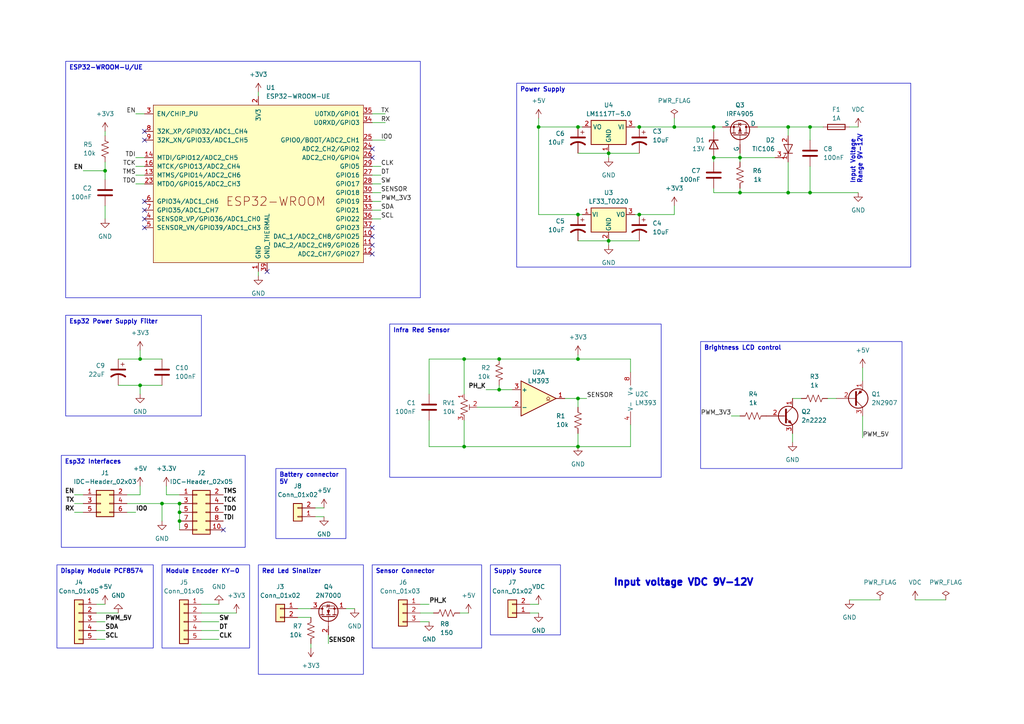
<source format=kicad_sch>
(kicad_sch (version 20231120) (generator "eeschema") (generator_version "8.0")
  (paper "A4")
  (lib_symbols
    (symbol "Comparator:LM393" (pin_names (offset 0.127))
      (property "Reference" "U" (at 3.81 3.81 0))
      (property "Value" "LM393" (at 6.35 -3.81 0))
      (symbol "LM393_1_1"
        (polyline (pts (xy -5.08 5.08) (xy 5.08 0) (xy -5.08 -5.08) (xy -5.08 5.08)) (stroke (width 0.254)) (fill (type background)))
        (polyline (pts (xy 3.302 -0.508) (xy 2.794 -0.508) (xy 3.302 0) (xy 2.794 0.508) (xy 2.286 0) (xy 2.794 -0.508) (xy 2.286 -0.508)) (stroke (width 0.127)))
        (pin open_collector line (at 7.62 0 180) (length 2.54) (name "~") (number "1"))
        (pin input line (at -7.62 -2.54 0) (length 2.54) (name "-") (number "2"))
        (pin input line (at -7.62 2.54 0) (length 2.54) (name "+") (number "3"))
      )
      (symbol "LM393_2_1"
        (polyline (pts (xy -5.08 5.08) (xy 5.08 0) (xy -5.08 -5.08) (xy -5.08 5.08)) (stroke (width 0.254)) (fill (type background)))
        (polyline (pts (xy 3.302 -0.508) (xy 2.794 -0.508) (xy 3.302 0) (xy 2.794 0.508) (xy 2.286 0) (xy 2.794 -0.508) (xy 2.286 -0.508)) (stroke (width 0.127)))
        (pin input line (at -7.62 2.54 0) (length 2.54) (name "+") (number "5"))
        (pin input line (at -7.62 -2.54 0) (length 2.54) (name "-") (number "6"))
        (pin open_collector line (at 7.62 0 180) (length 2.54) (name "~") (number "7"))
      )
      (symbol "LM393_3_1"
        (pin power_in line (at -2.54 -7.62 90) (length 3.81) (name "V-") (number "4"))
        (pin power_in line (at -2.54 7.62 270) (length 3.81) (name "V+") (number "8"))
      )
    )
    (symbol "Connector_Generic:Conn_01x02" (pin_names (offset 1.016) hide)
      (property "Reference" "J" (at 0 2.54 0))
      (property "Value" "Conn_01x02" (at 0 -5.08 0))
      (symbol "Conn_01x02_1_1"
        (rectangle (start -1.27 -2.413) (end 0 -2.667) (stroke (width 0.1524)))
        (rectangle (start -1.27 0.127) (end 0 -0.127) (stroke (width 0.1524)))
        (rectangle (start -1.27 1.27) (end 1.27 -3.81) (stroke (width 0.254)) (fill (type background)))
        (pin passive line (at -5.08 0 0) (length 3.81) (name "Pin_1") (number "1"))
        (pin passive line (at -5.08 -2.54 0) (length 3.81) (name "Pin_2") (number "2"))
      )
    )
    (symbol "Connector_Generic:Conn_01x03" (pin_names (offset 1.016) hide)
      (property "Reference" "J" (at 0 5.08 0))
      (property "Value" "Conn_01x03" (at 0 -5.08 0))
      (symbol "Conn_01x03_1_1"
        (rectangle (start -1.27 -2.413) (end 0 -2.667) (stroke (width 0.1524)))
        (rectangle (start -1.27 0.127) (end 0 -0.127) (stroke (width 0.1524)))
        (rectangle (start -1.27 2.667) (end 0 2.413) (stroke (width 0.1524)))
        (rectangle (start -1.27 3.81) (end 1.27 -3.81) (stroke (width 0.254)) (fill (type background)))
        (pin passive line (at -5.08 2.54 0) (length 3.81) (name "Pin_1") (number "1"))
        (pin passive line (at -5.08 0 0) (length 3.81) (name "Pin_2") (number "2"))
        (pin passive line (at -5.08 -2.54 0) (length 3.81) (name "Pin_3") (number "3"))
      )
    )
    (symbol "Connector_Generic:Conn_01x05" (pin_names (offset 1.016) hide)
      (property "Reference" "J" (at 0 7.62 0))
      (property "Value" "Conn_01x05" (at 0 -7.62 0))
      (symbol "Conn_01x05_1_1"
        (rectangle (start -1.27 -4.953) (end 0 -5.207) (stroke (width 0.1524)))
        (rectangle (start -1.27 -2.413) (end 0 -2.667) (stroke (width 0.1524)))
        (rectangle (start -1.27 0.127) (end 0 -0.127) (stroke (width 0.1524)))
        (rectangle (start -1.27 2.667) (end 0 2.413) (stroke (width 0.1524)))
        (rectangle (start -1.27 5.207) (end 0 4.953) (stroke (width 0.1524)))
        (rectangle (start -1.27 6.35) (end 1.27 -6.35) (stroke (width 0.254)) (fill (type background)))
        (pin passive line (at -5.08 5.08 0) (length 3.81) (name "Pin_1") (number "1"))
        (pin passive line (at -5.08 2.54 0) (length 3.81) (name "Pin_2") (number "2"))
        (pin passive line (at -5.08 0 0) (length 3.81) (name "Pin_3") (number "3"))
        (pin passive line (at -5.08 -2.54 0) (length 3.81) (name "Pin_4") (number "4"))
        (pin passive line (at -5.08 -5.08 0) (length 3.81) (name "Pin_5") (number "5"))
      )
    )
    (symbol "Connector_Generic:Conn_02x03_Odd_Even" (pin_names (offset 1.016) hide)
      (property "Reference" "J" (at 1.27 5.08 0))
      (property "Value" "Conn_02x03_Odd_Even" (at 1.27 -5.08 0))
      (symbol "Conn_02x03_Odd_Even_1_1"
        (rectangle (start -1.27 -2.413) (end 0 -2.667) (stroke (width 0.1524)))
        (rectangle (start -1.27 0.127) (end 0 -0.127) (stroke (width 0.1524)))
        (rectangle (start -1.27 2.667) (end 0 2.413) (stroke (width 0.1524)))
        (rectangle (start -1.27 3.81) (end 3.81 -3.81) (stroke (width 0.254)) (fill (type background)))
        (rectangle (start 3.81 -2.413) (end 2.54 -2.667) (stroke (width 0.1524)))
        (rectangle (start 3.81 0.127) (end 2.54 -0.127) (stroke (width 0.1524)))
        (rectangle (start 3.81 2.667) (end 2.54 2.413) (stroke (width 0.1524)))
        (pin passive line (at -5.08 2.54 0) (length 3.81) (name "Pin_1") (number "1"))
        (pin passive line (at 7.62 2.54 180) (length 3.81) (name "Pin_2") (number "2"))
        (pin passive line (at -5.08 0 0) (length 3.81) (name "Pin_3") (number "3"))
        (pin passive line (at 7.62 0 180) (length 3.81) (name "Pin_4") (number "4"))
        (pin passive line (at -5.08 -2.54 0) (length 3.81) (name "Pin_5") (number "5"))
        (pin passive line (at 7.62 -2.54 180) (length 3.81) (name "Pin_6") (number "6"))
      )
    )
    (symbol "Connector_Generic:Conn_02x05_Odd_Even" (pin_names (offset 1.016) hide)
      (property "Reference" "J" (at 1.27 7.62 0))
      (property "Value" "Conn_02x05_Odd_Even" (at 1.27 -7.62 0))
      (symbol "Conn_02x05_Odd_Even_1_1"
        (rectangle (start -1.27 -4.953) (end 0 -5.207) (stroke (width 0.1524)))
        (rectangle (start -1.27 -2.413) (end 0 -2.667) (stroke (width 0.1524)))
        (rectangle (start -1.27 0.127) (end 0 -0.127) (stroke (width 0.1524)))
        (rectangle (start -1.27 2.667) (end 0 2.413) (stroke (width 0.1524)))
        (rectangle (start -1.27 5.207) (end 0 4.953) (stroke (width 0.1524)))
        (rectangle (start -1.27 6.35) (end 3.81 -6.35) (stroke (width 0.254)) (fill (type background)))
        (rectangle (start 3.81 -4.953) (end 2.54 -5.207) (stroke (width 0.1524)))
        (rectangle (start 3.81 -2.413) (end 2.54 -2.667) (stroke (width 0.1524)))
        (rectangle (start 3.81 0.127) (end 2.54 -0.127) (stroke (width 0.1524)))
        (rectangle (start 3.81 2.667) (end 2.54 2.413) (stroke (width 0.1524)))
        (rectangle (start 3.81 5.207) (end 2.54 4.953) (stroke (width 0.1524)))
        (pin passive line (at -5.08 5.08 0) (length 3.81) (name "Pin_1") (number "1"))
        (pin passive line (at 7.62 -5.08 180) (length 3.81) (name "Pin_10") (number "10"))
        (pin passive line (at 7.62 5.08 180) (length 3.81) (name "Pin_2") (number "2"))
        (pin passive line (at -5.08 2.54 0) (length 3.81) (name "Pin_3") (number "3"))
        (pin passive line (at 7.62 2.54 180) (length 3.81) (name "Pin_4") (number "4"))
        (pin passive line (at -5.08 0 0) (length 3.81) (name "Pin_5") (number "5"))
        (pin passive line (at 7.62 0 180) (length 3.81) (name "Pin_6") (number "6"))
        (pin passive line (at -5.08 -2.54 0) (length 3.81) (name "Pin_7") (number "7"))
        (pin passive line (at 7.62 -2.54 180) (length 3.81) (name "Pin_8") (number "8"))
        (pin passive line (at -5.08 -5.08 0) (length 3.81) (name "Pin_9") (number "9"))
      )
    )
    (symbol "Device:C" (pin_numbers hide) (pin_names (offset 0.254))
      (property "Reference" "C" (at 0.635 2.54 0))
      (property "Value" "C" (at 0.635 -2.54 0))
      (symbol "C_0_1"
        (polyline (pts (xy -2.032 -0.762) (xy 2.032 -0.762)) (stroke (width 0.508)))
        (polyline (pts (xy -2.032 0.762) (xy 2.032 0.762)) (stroke (width 0.508)))
      )
      (symbol "C_1_1"
        (pin passive line (at 0 3.81 270) (length 2.794) (name "~") (number "1"))
        (pin passive line (at 0 -3.81 90) (length 2.794) (name "~") (number "2"))
      )
    )
    (symbol "Device:C_Polarized_US" (pin_numbers hide) (pin_names (offset 0.254) hide)
      (property "Reference" "C" (at 0.635 2.54 0))
      (property "Value" "C_Polarized_US" (at 0.635 -2.54 0))
      (symbol "C_Polarized_US_0_1"
        (polyline (pts (xy -2.032 0.762) (xy 2.032 0.762)) (stroke (width 0.508)))
        (polyline (pts (xy -1.778 2.286) (xy -0.762 2.286)))
        (polyline (pts (xy -1.27 1.778) (xy -1.27 2.794)))
        (arc (start 2.032 -1.27) (mid 0 -0.5572) (end -2.032 -1.27) (stroke (width 0.508)))
      )
      (symbol "C_Polarized_US_1_1"
        (pin passive line (at 0 3.81 270) (length 2.794) (name "~") (number "1"))
        (pin passive line (at 0 -3.81 90) (length 3.302) (name "~") (number "2"))
      )
    )
    (symbol "Device:D_Zener" (pin_numbers hide) (pin_names (offset 1.016) hide)
      (property "Reference" "D" (at 0 2.54 0))
      (property "Value" "D_Zener" (at 0 -2.54 0))
      (symbol "D_Zener_0_1"
        (polyline (pts (xy 1.27 0) (xy -1.27 0)))
        (polyline (pts (xy -1.27 -1.27) (xy -1.27 1.27) (xy -0.762 1.27)) (stroke (width 0.254)))
        (polyline (pts (xy 1.27 -1.27) (xy 1.27 1.27) (xy -1.27 0) (xy 1.27 -1.27)) (stroke (width 0.254)))
      )
      (symbol "D_Zener_1_1"
        (pin passive line (at -3.81 0 0) (length 2.54) (name "K") (number "1"))
        (pin passive line (at 3.81 0 180) (length 2.54) (name "A") (number "2"))
      )
    )
    (symbol "Device:Fuse" (pin_numbers hide) (pin_names (offset 0))
      (property "Reference" "F" (at 2.032 0 90))
      (property "Value" "Fuse" (at -1.905 0 90))
      (symbol "Fuse_0_1"
        (rectangle (start -0.762 -2.54) (end 0.762 2.54) (stroke (width 0.254)))
        (polyline (pts (xy 0 2.54) (xy 0 -2.54)))
      )
      (symbol "Fuse_1_1"
        (pin passive line (at 0 3.81 270) (length 1.27) (name "~") (number "1"))
        (pin passive line (at 0 -3.81 90) (length 1.27) (name "~") (number "2"))
      )
    )
    (symbol "Device:Q_SCR_KAG" (pin_names (offset 0) hide)
      (property "Reference" "D" (at 1.905 0.635 0))
      (property "Value" "Q_SCR_KAG" (at 1.905 -1.27 0))
      (symbol "Q_SCR_KAG_0_1"
        (polyline (pts (xy -1.27 -2.54) (xy -0.635 -1.27)))
        (polyline (pts (xy -1.27 -1.27) (xy 1.27 -1.27)) (stroke (width 0.2032)))
        (polyline (pts (xy 0 -2.54) (xy 0 2.54)))
        (polyline (pts (xy -1.27 1.27) (xy 1.27 1.27) (xy 0 -1.27) (xy -1.27 1.27)) (stroke (width 0.2032)))
      )
      (symbol "Q_SCR_KAG_1_1"
        (pin passive line (at 0 -3.81 90) (length 2.54) (name "K") (number "1"))
        (pin passive line (at 0 3.81 270) (length 2.54) (name "A") (number "2"))
        (pin input line (at -3.81 -2.54 0) (length 2.54) (name "G") (number "3"))
      )
    )
    (symbol "Device:R_Potentiometer_Trim_US" (pin_names (offset 1.016) hide)
      (property "Reference" "RV" (at -4.445 0 90))
      (property "Value" "R_Potentiometer_Trim_US" (at -2.54 0 90))
      (symbol "R_Potentiometer_Trim_US_0_1"
        (polyline (pts (xy 0 -2.286) (xy 0 -2.54)))
        (polyline (pts (xy 0 2.286) (xy 0 2.54)))
        (polyline (pts (xy 1.524 0.762) (xy 1.524 -0.762)))
        (polyline (pts (xy 2.54 0) (xy 1.524 0)))
        (polyline (pts (xy 0 -0.762) (xy 1.016 -1.143) (xy 0 -1.524) (xy -1.016 -1.905) (xy 0 -2.286)))
        (polyline (pts (xy 0 0.762) (xy 1.016 0.381) (xy 0 0) (xy -1.016 -0.381) (xy 0 -0.762)))
        (polyline (pts (xy 0 2.286) (xy 1.016 1.905) (xy 0 1.524) (xy -1.016 1.143) (xy 0 0.762)))
      )
      (symbol "R_Potentiometer_Trim_US_1_1"
        (pin passive line (at 0 3.81 270) (length 1.27) (name "1") (number "1"))
        (pin passive line (at 3.81 0 180) (length 1.27) (name "2") (number "2"))
        (pin passive line (at 0 -3.81 90) (length 1.27) (name "3") (number "3"))
      )
    )
    (symbol "Device:R_US" (pin_numbers hide) (pin_names (offset 0))
      (property "Reference" "R" (at 2.54 0 90))
      (property "Value" "R_US" (at -2.54 0 90))
      (symbol "R_US_0_1"
        (polyline (pts (xy 0 -2.286) (xy 0 -2.54)))
        (polyline (pts (xy 0 2.286) (xy 0 2.54)))
        (polyline (pts (xy 0 -0.762) (xy 1.016 -1.143) (xy 0 -1.524) (xy -1.016 -1.905) (xy 0 -2.286)))
        (polyline (pts (xy 0 0.762) (xy 1.016 0.381) (xy 0 0) (xy -1.016 -0.381) (xy 0 -0.762)))
        (polyline (pts (xy 0 2.286) (xy 1.016 1.905) (xy 0 1.524) (xy -1.016 1.143) (xy 0 0.762)))
      )
      (symbol "R_US_1_1"
        (pin passive line (at 0 3.81 270) (length 1.27) (name "~") (number "1"))
        (pin passive line (at 0 -3.81 90) (length 1.27) (name "~") (number "2"))
      )
    )
    (symbol "PCM_Espressif:ESP32-WROOM-E" (pin_names (offset 1.016))
      (property "Reference" "U" (at -30.48 27.94 0))
      (property "Value" "ESP32-WROOM-E" (at -30.48 25.4 0))
      (symbol "ESP32-WROOM-E_0_1"
        (rectangle (start -30.48 22.86) (end 30.48 -22.86) (fill (type background)))
      )
      (symbol "ESP32-WROOM-E_1_1"
        (text "ESP32-­WROOM­" (at 5.08 -5.08 0) (effects (font (size 2.54 2.54))))
        (pin power_in line (at 0 -25.4 90) (length 2.54) (name "GND") (number "1"))
        (pin bidirectional line (at 33.02 -15.24 180) (length 2.54) (name "DAC_1/ADC2_CH8/GPIO25") (number "10"))
        (pin bidirectional line (at 33.02 -17.78 180) (length 2.54) (name "DAC_2/ADC2_CH9/GPIO26") (number "11"))
        (pin bidirectional line (at 33.02 -20.32 180) (length 2.54) (name "ADC2_CH7/GPIO27") (number "12"))
        (pin bidirectional line (at -33.02 2.54 0) (length 2.54) (name "MTMS/GPIO14/ADC2_CH6") (number "13"))
        (pin bidirectional line (at -33.02 7.62 0) (length 2.54) (name "MTDI/GPIO12/ADC2_CH5") (number "14"))
        (pin passive line (at 0 -25.4 90) (length 2.54) hide (name "GND") (number "15"))
        (pin bidirectional line (at -33.02 5.08 0) (length 2.54) (name "MTCK/GPIO13/ADC2_CH4") (number "16"))
        (pin power_in line (at 0 25.4 270) (length 2.54) (name "3V3") (number "2"))
        (pin bidirectional line (at -33.02 0 0) (length 2.54) (name "MTDO/GPIO15/ADC2_CH3") (number "23"))
        (pin bidirectional line (at 33.02 10.16 180) (length 2.54) (name "ADC2_CH2/GPIO2") (number "24"))
        (pin bidirectional line (at 33.02 12.7 180) (length 2.54) (name "GPIO0/BOOT/ADC2_CH1") (number "25"))
        (pin bidirectional line (at 33.02 7.62 180) (length 2.54) (name "ADC2_CH0/GPIO4") (number "26"))
        (pin bidirectional line (at 33.02 2.54 180) (length 2.54) (name "GPIO16") (number "27"))
        (pin bidirectional line (at 33.02 0 180) (length 2.54) (name "GPIO17") (number "28"))
        (pin bidirectional line (at 33.02 5.08 180) (length 2.54) (name "GPIO5") (number "29"))
        (pin input line (at -33.02 20.32 0) (length 2.54) (name "EN/CHIP_PU") (number "3"))
        (pin bidirectional line (at 33.02 -2.54 180) (length 2.54) (name "GPIO18") (number "30"))
        (pin bidirectional line (at 33.02 -5.08 180) (length 2.54) (name "GPIO19") (number "31"))
        (pin bidirectional line (at 33.02 -7.62 180) (length 2.54) (name "GPIO21") (number "33"))
        (pin bidirectional line (at 33.02 17.78 180) (length 2.54) (name "U0RXD/GPIO3") (number "34"))
        (pin bidirectional line (at 33.02 20.32 180) (length 2.54) (name "U0TXD/GPIO1") (number "35"))
        (pin bidirectional line (at 33.02 -10.16 180) (length 2.54) (name "GPIO22") (number "36"))
        (pin bidirectional line (at 33.02 -12.7 180) (length 2.54) (name "GPIO23") (number "37"))
        (pin passive line (at 0 -25.4 90) (length 2.54) hide (name "GND") (number "38"))
        (pin power_in line (at 2.54 -25.4 90) (length 2.54) (name "GND_THERMAL") (number "39"))
        (pin input line (at -33.02 -10.16 0) (length 2.54) (name "SENSOR_VP/GPIO36/ADC1_CH0") (number "4"))
        (pin input line (at -33.02 -12.7 0) (length 2.54) (name "SENSOR_VN/GPIO39/ADC1_CH3") (number "5"))
        (pin input line (at -33.02 -5.08 0) (length 2.54) (name "GPIO34/ADC1_CH6") (number "6"))
        (pin input line (at -33.02 -7.62 0) (length 2.54) (name "GPIO35/ADC1_CH7") (number "7"))
        (pin bidirectional line (at -33.02 15.24 0) (length 2.54) (name "32K_XP/GPIO32/ADC1_CH4") (number "8"))
        (pin bidirectional line (at -33.02 12.7 0) (length 2.54) (name "32K_XN/GPIO33/ADC1_CH5") (number "9"))
      )
    )
    (symbol "Regulator_Linear:LF33_TO220" (pin_names (offset 0.254))
      (property "Reference" "U" (at -3.81 3.175 0))
      (property "Value" "LF33_TO220" (at 0 3.175 0))
      (symbol "LF33_TO220_0_1"
        (rectangle (start -5.08 1.905) (end 5.08 -5.08) (stroke (width 0.254)) (fill (type background)))
      )
      (symbol "LF33_TO220_1_1"
        (pin power_in line (at -7.62 0 0) (length 2.54) (name "VI") (number "1"))
        (pin power_in line (at 0 -7.62 90) (length 2.54) (name "GND") (number "2"))
        (pin power_out line (at 7.62 0 180) (length 2.54) (name "VO") (number "3"))
      )
    )
    (symbol "Regulator_Linear:LM1117T-5.0"
      (property "Reference" "U" (at -3.81 3.175 0))
      (property "Value" "LM1117T-5.0" (at 0 3.175 0))
      (symbol "LM1117T-5.0_0_1"
        (rectangle (start -5.08 -5.08) (end 5.08 1.905) (stroke (width 0.254)) (fill (type background)))
      )
      (symbol "LM1117T-5.0_1_1"
        (pin power_in line (at 0 -7.62 90) (length 2.54) (name "GND") (number "1"))
        (pin power_out line (at 7.62 0 180) (length 2.54) (name "VO") (number "2"))
        (pin power_in line (at -7.62 0 0) (length 2.54) (name "VI") (number "3"))
      )
    )
    (symbol "Simulation_SPICE:PMOS" (pin_numbers hide) (pin_names (offset 0))
      (property "Reference" "Q" (at 5.08 1.27 0))
      (property "Value" "PMOS" (at 5.08 -1.27 0))
      (symbol "PMOS_0_1"
        (polyline (pts (xy 0.254 0) (xy -2.54 0)))
        (polyline (pts (xy 0.254 1.905) (xy 0.254 -1.905)) (stroke (width 0.254)))
        (polyline (pts (xy 0.762 -1.27) (xy 0.762 -2.286)) (stroke (width 0.254)))
        (polyline (pts (xy 0.762 0.508) (xy 0.762 -0.508)) (stroke (width 0.254)))
        (polyline (pts (xy 0.762 2.286) (xy 0.762 1.27)) (stroke (width 0.254)))
        (polyline (pts (xy 2.54 2.54) (xy 2.54 1.778)))
        (polyline (pts (xy 2.54 -2.54) (xy 2.54 0) (xy 0.762 0)))
        (polyline (pts (xy 0.762 1.778) (xy 3.302 1.778) (xy 3.302 -1.778) (xy 0.762 -1.778)))
        (polyline (pts (xy 2.286 0) (xy 1.27 0.381) (xy 1.27 -0.381) (xy 2.286 0)) (fill (type outline)))
        (polyline (pts (xy 2.794 -0.508) (xy 2.921 -0.381) (xy 3.683 -0.381) (xy 3.81 -0.254)))
        (polyline (pts (xy 3.302 -0.381) (xy 2.921 0.254) (xy 3.683 0.254) (xy 3.302 -0.381)))
        (circle (center 1.651 0) (radius 2.794) (stroke (width 0.254)))
        (circle (center 2.54 -1.778) (radius 0.254) (fill (type outline)))
        (circle (center 2.54 1.778) (radius 0.254) (fill (type outline)))
      )
      (symbol "PMOS_1_1"
        (pin passive line (at 2.54 5.08 270) (length 2.54) (name "D") (number "1"))
        (pin input line (at -5.08 0 0) (length 2.54) (name "G") (number "2"))
        (pin passive line (at 2.54 -5.08 90) (length 2.54) (name "S") (number "3"))
      )
    )
    (symbol "Transistor_BJT:2N3906" (pin_names (offset 0) hide)
      (property "Reference" "Q" (at 5.08 1.905 0))
      (property "Value" "2N3906" (at 5.08 0 0))
      (symbol "2N3906_0_1"
        (polyline (pts (xy 0.635 0.635) (xy 2.54 2.54)))
        (polyline (pts (xy 0.635 -0.635) (xy 2.54 -2.54) (xy 2.54 -2.54)))
        (polyline (pts (xy 0.635 1.905) (xy 0.635 -1.905) (xy 0.635 -1.905)) (stroke (width 0.508)))
        (polyline (pts (xy 2.286 -1.778) (xy 1.778 -2.286) (xy 1.27 -1.27) (xy 2.286 -1.778) (xy 2.286 -1.778)) (fill (type outline)))
        (circle (center 1.27 0) (radius 2.8194) (stroke (width 0.254)))
      )
      (symbol "2N3906_1_1"
        (pin passive line (at 2.54 -5.08 90) (length 2.54) (name "E") (number "1"))
        (pin input line (at -5.08 0 0) (length 5.715) (name "B") (number "2"))
        (pin passive line (at 2.54 5.08 270) (length 2.54) (name "C") (number "3"))
      )
    )
    (symbol "Transistor_BJT:BC237" (pin_names (offset 0) hide)
      (property "Reference" "Q" (at 5.08 1.905 0))
      (property "Value" "BC237" (at 5.08 0 0))
      (symbol "BC237_0_1"
        (polyline (pts (xy 0 0) (xy 0.635 0)))
        (polyline (pts (xy 0.635 0.635) (xy 2.54 2.54)))
        (polyline (pts (xy 0.635 -0.635) (xy 2.54 -2.54) (xy 2.54 -2.54)))
        (polyline (pts (xy 0.635 1.905) (xy 0.635 -1.905) (xy 0.635 -1.905)) (stroke (width 0.508)))
        (polyline (pts (xy 1.27 -1.778) (xy 1.778 -1.27) (xy 2.286 -2.286) (xy 1.27 -1.778) (xy 1.27 -1.778)) (fill (type outline)))
        (circle (center 1.27 0) (radius 2.8194) (stroke (width 0.254)))
      )
      (symbol "BC237_1_1"
        (pin passive line (at 2.54 5.08 270) (length 2.54) (name "C") (number "1"))
        (pin input line (at -5.08 0 0) (length 5.08) (name "B") (number "2"))
        (pin passive line (at 2.54 -5.08 90) (length 2.54) (name "E") (number "3"))
      )
    )
    (symbol "Transistor_FET:2N7000" (pin_names hide)
      (property "Reference" "Q" (at 5.08 1.905 0))
      (property "Value" "2N7000" (at 5.08 0 0))
      (symbol "2N7000_0_1"
        (polyline (pts (xy 0.254 0) (xy -2.54 0)))
        (polyline (pts (xy 0.254 1.905) (xy 0.254 -1.905)) (stroke (width 0.254)))
        (polyline (pts (xy 0.762 -1.27) (xy 0.762 -2.286)) (stroke (width 0.254)))
        (polyline (pts (xy 0.762 0.508) (xy 0.762 -0.508)) (stroke (width 0.254)))
        (polyline (pts (xy 0.762 2.286) (xy 0.762 1.27)) (stroke (width 0.254)))
        (polyline (pts (xy 2.54 2.54) (xy 2.54 1.778)))
        (polyline (pts (xy 2.54 -2.54) (xy 2.54 0) (xy 0.762 0)))
        (polyline (pts (xy 0.762 -1.778) (xy 3.302 -1.778) (xy 3.302 1.778) (xy 0.762 1.778)))
        (polyline (pts (xy 1.016 0) (xy 2.032 0.381) (xy 2.032 -0.381) (xy 1.016 0)) (fill (type outline)))
        (polyline (pts (xy 2.794 0.508) (xy 2.921 0.381) (xy 3.683 0.381) (xy 3.81 0.254)))
        (polyline (pts (xy 3.302 0.381) (xy 2.921 -0.254) (xy 3.683 -0.254) (xy 3.302 0.381)))
        (circle (center 1.651 0) (radius 2.794) (stroke (width 0.254)))
        (circle (center 2.54 -1.778) (radius 0.254) (fill (type outline)))
        (circle (center 2.54 1.778) (radius 0.254) (fill (type outline)))
      )
      (symbol "2N7000_1_1"
        (pin passive line (at 2.54 -5.08 90) (length 2.54) (name "S") (number "1"))
        (pin input line (at -5.08 0 0) (length 2.54) (name "G") (number "2"))
        (pin passive line (at 2.54 5.08 270) (length 2.54) (name "D") (number "3"))
      )
    )
    (symbol "power:+3.3V" (power) (pin_names (offset 0))
      (property "Value" "+3.3V" (at 0 3.556 0))
      (symbol "+3.3V_0_1"
        (polyline (pts (xy -0.762 1.27) (xy 0 2.54)))
        (polyline (pts (xy 0 0) (xy 0 2.54)))
        (polyline (pts (xy 0 2.54) (xy 0.762 1.27)))
      )
      (symbol "+3.3V_1_1"
        (pin power_in line (at 0 0 90) (length 0) hide (name "+3.3V") (number "1"))
      )
    )
    (symbol "power:+3V3" (power) (pin_names (offset 0))
      (property "Value" "+3V3" (at 0 3.556 0))
      (symbol "+3V3_0_1"
        (polyline (pts (xy -0.762 1.27) (xy 0 2.54)))
        (polyline (pts (xy 0 0) (xy 0 2.54)))
        (polyline (pts (xy 0 2.54) (xy 0.762 1.27)))
      )
      (symbol "+3V3_1_1"
        (pin power_in line (at 0 0 90) (length 0) hide (name "+3V3") (number "1"))
      )
    )
    (symbol "power:+5V" (power) (pin_names (offset 0))
      (property "Value" "+5V" (at 0 3.556 0))
      (symbol "+5V_0_1"
        (polyline (pts (xy -0.762 1.27) (xy 0 2.54)))
        (polyline (pts (xy 0 0) (xy 0 2.54)))
        (polyline (pts (xy 0 2.54) (xy 0.762 1.27)))
      )
      (symbol "+5V_1_1"
        (pin power_in line (at 0 0 90) (length 0) hide (name "+5V") (number "1"))
      )
    )
    (symbol "power:GND" (power) (pin_names (offset 0))
      (property "Value" "GND" (at 0 -3.81 0))
      (symbol "GND_0_1"
        (polyline (pts (xy 0 0) (xy 0 -1.27) (xy 1.27 -1.27) (xy 0 -2.54) (xy -1.27 -1.27) (xy 0 -1.27)))
      )
      (symbol "GND_1_1"
        (pin power_in line (at 0 0 270) (length 0) hide (name "GND") (number "1"))
      )
    )
    (symbol "power:PWR_FLAG" (power) (pin_numbers hide) (pin_names (offset 0) hide)
      (property "Value" "PWR_FLAG" (at 0 3.81 0))
      (symbol "PWR_FLAG_0_0"
        (pin power_out line (at 0 0 90) (length 0) (name "pwr") (number "1"))
      )
      (symbol "PWR_FLAG_0_1"
        (polyline (pts (xy 0 0) (xy 0 1.27) (xy -1.016 1.905) (xy 0 2.54) (xy 1.016 1.905) (xy 0 1.27)))
      )
    )
    (symbol "power:VDC" (power) (pin_names (offset 0))
      (property "Value" "VDC" (at 0 6.35 0))
      (symbol "VDC_0_1"
        (polyline (pts (xy -0.762 1.27) (xy 0 2.54)))
        (polyline (pts (xy 0 0) (xy 0 2.54)))
        (polyline (pts (xy 0 2.54) (xy 0.762 1.27)))
      )
      (symbol "VDC_1_1"
        (pin power_in line (at 0 0 90) (length 0) hide (name "VDC") (number "1"))
      )
    )
  )
  (junction (at 207.01 45.72))
  (junction (at 156.21 36.83))
  (junction (at 40.64 111.76))
  (junction (at 46.99 146.05))
  (junction (at 167.64 62.23))
  (junction (at 207.01 36.83))
  (junction (at 52.07 146.05))
  (junction (at 30.48 49.53))
  (junction (at 52.07 148.59))
  (junction (at 234.95 36.83))
  (junction (at 214.63 45.72))
  (junction (at 134.62 104.14))
  (junction (at 185.42 36.83))
  (junction (at 228.6 36.83))
  (junction (at 167.64 129.54))
  (junction (at 167.64 36.83))
  (junction (at 40.64 104.14))
  (junction (at 185.42 62.23))
  (junction (at 176.53 69.85))
  (junction (at 234.95 55.88))
  (junction (at 167.64 115.57))
  (junction (at 214.63 55.88))
  (junction (at 52.07 151.13))
  (junction (at 228.6 55.88))
  (junction (at 167.64 104.14))
  (junction (at 144.78 104.14))
  (junction (at 144.78 113.03))
  (junction (at 195.58 36.83))
  (junction (at 134.62 129.54))
  (junction (at 176.53 44.45))
  (no_connect (at 107.95 73.66))
  (no_connect (at 41.91 40.64))
  (no_connect (at 107.95 43.18))
  (no_connect (at 107.95 71.12))
  (no_connect (at 107.95 66.04))
  (no_connect (at 41.91 60.96))
  (no_connect (at 107.95 68.58))
  (no_connect (at 77.47 78.74))
  (no_connect (at 64.77 153.67))
  (no_connect (at 41.91 66.04))
  (no_connect (at 107.95 45.72))
  (no_connect (at 41.91 38.1))
  (no_connect (at 41.91 58.42))
  (no_connect (at 41.91 63.5))
  (wire (pts (xy 36.83 143.51) (xy 40.64 143.51)))
  (wire (pts (xy 167.64 118.11) (xy 167.64 115.57)))
  (wire (pts (xy 90.17 187.96) (xy 90.17 186.69)))
  (wire (pts (xy 156.21 62.23) (xy 156.21 36.83)))
  (wire (pts (xy 30.48 185.42) (xy 27.94 185.42)))
  (wire (pts (xy 24.13 49.53) (xy 30.48 49.53)))
  (wire (pts (xy 228.6 36.83) (xy 219.71 36.83)))
  (wire (pts (xy 167.64 62.23) (xy 156.21 62.23)))
  (wire (pts (xy 52.07 148.59) (xy 52.07 151.13)))
  (wire (pts (xy 30.48 38.1) (xy 30.48 39.37)))
  (wire (pts (xy 107.95 35.56) (xy 111.76 35.56)))
  (wire (pts (xy 167.64 102.87) (xy 167.64 104.14)))
  (wire (pts (xy 265.43 173.99) (xy 274.32 173.99)))
  (wire (pts (xy 246.38 173.99) (xy 255.27 173.99)))
  (wire (pts (xy 34.29 104.14) (xy 40.64 104.14)))
  (wire (pts (xy 107.95 55.88) (xy 110.49 55.88)))
  (wire (pts (xy 27.94 177.8) (xy 34.29 177.8)))
  (wire (pts (xy 58.42 175.26) (xy 63.5 175.26)))
  (wire (pts (xy 234.95 48.26) (xy 234.95 55.88)))
  (wire (pts (xy 144.78 111.76) (xy 144.78 113.03)))
  (wire (pts (xy 124.46 129.54) (xy 134.62 129.54)))
  (wire (pts (xy 214.63 55.88) (xy 207.01 55.88)))
  (wire (pts (xy 228.6 46.99) (xy 228.6 55.88)))
  (wire (pts (xy 52.07 146.05) (xy 52.07 148.59)))
  (wire (pts (xy 167.64 115.57) (xy 170.18 115.57)))
  (wire (pts (xy 176.53 44.45) (xy 176.53 45.72)))
  (wire (pts (xy 229.87 125.73) (xy 229.87 128.27)))
  (wire (pts (xy 212.09 120.65) (xy 214.63 120.65)))
  (wire (pts (xy 39.37 50.8) (xy 41.91 50.8)))
  (wire (pts (xy 30.48 180.34) (xy 27.94 180.34)))
  (wire (pts (xy 185.42 62.23) (xy 195.58 62.23)))
  (wire (pts (xy 207.01 36.83) (xy 195.58 36.83)))
  (wire (pts (xy 39.37 45.72) (xy 41.91 45.72)))
  (wire (pts (xy 250.19 106.68) (xy 250.19 110.49)))
  (wire (pts (xy 185.42 44.45) (xy 176.53 44.45)))
  (wire (pts (xy 185.42 69.85) (xy 176.53 69.85)))
  (wire (pts (xy 21.59 143.51) (xy 24.13 143.51)))
  (wire (pts (xy 93.98 147.32) (xy 91.44 147.32)))
  (wire (pts (xy 134.62 114.3) (xy 134.62 104.14)))
  (wire (pts (xy 144.78 104.14) (xy 167.64 104.14)))
  (wire (pts (xy 228.6 55.88) (xy 214.63 55.88)))
  (wire (pts (xy 107.95 63.5) (xy 110.49 63.5)))
  (wire (pts (xy 214.63 46.99) (xy 214.63 45.72)))
  (wire (pts (xy 135.89 177.8) (xy 133.35 177.8)))
  (wire (pts (xy 167.64 104.14) (xy 182.88 104.14)))
  (wire (pts (xy 234.95 40.64) (xy 234.95 36.83)))
  (wire (pts (xy 90.17 179.07) (xy 86.36 179.07)))
  (wire (pts (xy 207.01 36.83) (xy 207.01 38.1)))
  (wire (pts (xy 34.29 111.76) (xy 40.64 111.76)))
  (wire (pts (xy 48.26 140.97) (xy 48.26 143.51)))
  (wire (pts (xy 39.37 148.59) (xy 36.83 148.59)))
  (wire (pts (xy 63.5 185.42) (xy 58.42 185.42)))
  (wire (pts (xy 74.93 80.01) (xy 74.93 78.74)))
  (wire (pts (xy 46.99 146.05) (xy 46.99 151.13)))
  (wire (pts (xy 168.91 62.23) (xy 167.64 62.23)))
  (wire (pts (xy 21.59 148.59) (xy 24.13 148.59)))
  (wire (pts (xy 156.21 175.26) (xy 153.67 175.26)))
  (wire (pts (xy 39.37 53.34) (xy 41.91 53.34)))
  (wire (pts (xy 30.48 49.53) (xy 30.48 52.07)))
  (wire (pts (xy 86.36 176.53) (xy 90.17 176.53)))
  (wire (pts (xy 46.99 146.05) (xy 52.07 146.05)))
  (wire (pts (xy 138.43 118.11) (xy 148.59 118.11)))
  (wire (pts (xy 30.48 175.26) (xy 27.94 175.26)))
  (wire (pts (xy 214.63 45.72) (xy 207.01 45.72)))
  (wire (pts (xy 63.5 182.88) (xy 58.42 182.88)))
  (wire (pts (xy 30.48 46.99) (xy 30.48 49.53)))
  (wire (pts (xy 21.59 146.05) (xy 24.13 146.05)))
  (wire (pts (xy 176.53 69.85) (xy 176.53 71.12)))
  (wire (pts (xy 209.55 36.83) (xy 207.01 36.83)))
  (wire (pts (xy 184.15 62.23) (xy 185.42 62.23)))
  (wire (pts (xy 40.64 104.14) (xy 40.64 101.6)))
  (wire (pts (xy 167.64 125.73) (xy 167.64 129.54)))
  (wire (pts (xy 195.58 36.83) (xy 185.42 36.83)))
  (wire (pts (xy 107.95 60.96) (xy 110.49 60.96)))
  (wire (pts (xy 48.26 143.51) (xy 52.07 143.51)))
  (wire (pts (xy 195.58 62.23) (xy 195.58 59.69)))
  (wire (pts (xy 95.25 184.15) (xy 95.25 186.69)))
  (wire (pts (xy 207.01 54.61) (xy 207.01 55.88)))
  (wire (pts (xy 240.03 115.57) (xy 242.57 115.57)))
  (wire (pts (xy 125.73 177.8) (xy 121.92 177.8)))
  (wire (pts (xy 134.62 104.14) (xy 144.78 104.14)))
  (wire (pts (xy 144.78 113.03) (xy 148.59 113.03)))
  (wire (pts (xy 214.63 44.45) (xy 214.63 45.72)))
  (wire (pts (xy 248.92 36.83) (xy 246.38 36.83)))
  (wire (pts (xy 30.48 182.88) (xy 27.94 182.88)))
  (wire (pts (xy 68.58 177.8) (xy 58.42 177.8)))
  (wire (pts (xy 195.58 34.29) (xy 195.58 36.83)))
  (wire (pts (xy 107.95 53.34) (xy 110.49 53.34)))
  (wire (pts (xy 39.37 33.02) (xy 41.91 33.02)))
  (wire (pts (xy 124.46 121.92) (xy 124.46 129.54)))
  (wire (pts (xy 168.91 36.83) (xy 167.64 36.83)))
  (wire (pts (xy 124.46 114.3) (xy 124.46 104.14)))
  (wire (pts (xy 52.07 151.13) (xy 52.07 153.67)))
  (wire (pts (xy 40.64 111.76) (xy 40.64 114.3)))
  (wire (pts (xy 107.95 48.26) (xy 110.49 48.26)))
  (wire (pts (xy 107.95 40.64) (xy 111.76 40.64)))
  (wire (pts (xy 184.15 36.83) (xy 185.42 36.83)))
  (wire (pts (xy 207.01 45.72) (xy 207.01 46.99)))
  (wire (pts (xy 163.83 115.57) (xy 167.64 115.57)))
  (wire (pts (xy 134.62 121.92) (xy 134.62 129.54)))
  (wire (pts (xy 93.98 149.86) (xy 91.44 149.86)))
  (wire (pts (xy 140.97 113.03) (xy 144.78 113.03)))
  (wire (pts (xy 74.93 26.67) (xy 74.93 27.94)))
  (wire (pts (xy 182.88 104.14) (xy 182.88 107.95)))
  (wire (pts (xy 124.46 175.26) (xy 121.92 175.26)))
  (wire (pts (xy 229.87 115.57) (xy 232.41 115.57)))
  (wire (pts (xy 234.95 36.83) (xy 228.6 36.83)))
  (wire (pts (xy 40.64 111.76) (xy 46.99 111.76)))
  (wire (pts (xy 234.95 55.88) (xy 228.6 55.88)))
  (wire (pts (xy 250.19 120.65) (xy 250.19 127)))
  (wire (pts (xy 40.64 104.14) (xy 46.99 104.14)))
  (wire (pts (xy 36.83 146.05) (xy 46.99 146.05)))
  (wire (pts (xy 107.95 50.8) (xy 110.49 50.8)))
  (wire (pts (xy 107.95 33.02) (xy 111.76 33.02)))
  (wire (pts (xy 176.53 44.45) (xy 167.64 44.45)))
  (wire (pts (xy 182.88 123.19) (xy 182.88 129.54)))
  (wire (pts (xy 134.62 129.54) (xy 167.64 129.54)))
  (wire (pts (xy 124.46 104.14) (xy 134.62 104.14)))
  (wire (pts (xy 224.79 45.72) (xy 214.63 45.72)))
  (wire (pts (xy 124.46 180.34) (xy 121.92 180.34)))
  (wire (pts (xy 107.95 58.42) (xy 110.49 58.42)))
  (wire (pts (xy 156.21 177.8) (xy 153.67 177.8)))
  (wire (pts (xy 40.64 140.97) (xy 40.64 143.51)))
  (wire (pts (xy 100.33 176.53) (xy 102.87 176.53)))
  (wire (pts (xy 39.37 48.26) (xy 41.91 48.26)))
  (wire (pts (xy 176.53 69.85) (xy 167.64 69.85)))
  (wire (pts (xy 214.63 54.61) (xy 214.63 55.88)))
  (wire (pts (xy 238.76 36.83) (xy 234.95 36.83)))
  (wire (pts (xy 248.92 55.88) (xy 234.95 55.88)))
  (wire (pts (xy 156.21 34.29) (xy 156.21 36.83)))
  (wire (pts (xy 30.48 59.69) (xy 30.48 63.5)))
  (wire (pts (xy 63.5 180.34) (xy 58.42 180.34)))
  (wire (pts (xy 167.64 36.83) (xy 156.21 36.83)))
  (wire (pts (xy 167.64 129.54) (xy 182.88 129.54)))
  (wire (pts (xy 228.6 36.83) (xy 228.6 39.37)))
  (text_box "ESP32-WROOM-U/UE" (at 19.05 17.78 0) (size 102.87 68.58) (effects (font (size 1.27 1.27) (thickness 0.254) (bold yes)) (justify left top)))
  (text_box "Esp32 Interfaces" (at 17.78 132.08 0) (size 53.34 26.67) (effects (font (size 1.27 1.27) (bold yes)) (justify left top)))
  (text_box "Battery connector 5V" (at 80.01 135.89 0) (size 20.32 20.32) (effects (font (size 1.27 1.27) (bold yes)) (justify left top)))
  (text_box "Infra Red Sensor" (at 113.03 93.98 0) (size 78.74 44.45) (effects (font (size 1.27 1.27) (bold yes)) (justify left top)))
  (text_box "Supply Source" (at 142.24 163.83 0) (size 20.32 20.32) (effects (font (size 1.27 1.27) (bold yes)) (justify left top)))
  (text_box "Power Supply" (at 149.86 24.13 0) (size 114.3 53.34) (effects (font (size 1.27 1.27) (bold yes)) (justify left top)))
  (text_box "Module Encoder KY-0" (at 46.99 163.83 0) (size 25.4 24.13) (effects (font (size 1.27 1.27) (bold yes)) (justify left top)))
  (text_box "Red Led Sinalizer" (at 74.93 163.83 0) (size 30.48 31.75) (effects (font (size 1.27 1.27) (bold yes)) (justify left top)))
  (text_box "Brightness LCD control" (at 203.2 99.06 0) (size 58.42 36.83) (effects (font (size 1.27 1.27) (bold yes)) (justify left top)))
  (text_box "Sensor Connector" (at 107.95 163.83 0) (size 31.75 24.13) (effects (font (size 1.27 1.27) (bold yes)) (justify left top)))
  (text_box "Display Module PCF8574" (at 16.51 163.83 0) (size 27.94 24.13) (effects (font (size 1.27 1.27) (bold yes)) (justify left top)))
  (text_box "Esp32 Power Supply Filter" (at 19.05 91.44 0) (size 39.37 29.21) (effects (font (size 1.27 1.27) (bold yes)) (justify left top)))
  (text "Input Voltage\nRange 9V-12V" (at 250.19 53.34 90) (effects (font (size 1.27 1.27) (bold yes)) (justify left bottom)))
  (text "Input voltage VDC 9V-12V" (at 177.8 170.18 0) (effects (font (size 2 2) (thickness 0.512) (bold yes)) (justify left bottom)))
  (label "TDO" (at 64.77 148.59 0) (effects (font (bold yes))))
  (label "PWM_3V3" (at 110.49 58.42 0))
  (label "SW" (at 63.5 180.34 0) (effects (font (bold yes))))
  (label "PWM_5V" (at 30.48 180.34 0) (effects (font (bold yes))))
  (label "PH_K" (at 140.97 113.03 180) (effects (font (bold yes))))
  (label "TDI" (at 64.77 151.13 0) (effects (font (bold yes))))
  (label "DT" (at 63.5 182.88 0) (effects (font (bold yes))))
  (label "SCL" (at 110.49 63.5 0))
  (label "PH_K" (at 124.46 175.26 0) (effects (font (bold yes))))
  (label "IO0" (at 110.49 40.64 0))
  (label "EN" (at 39.37 33.02 180))
  (label "PWM_3V3" (at 212.09 120.65 180))
  (label "TX" (at 21.59 146.05 180) (effects (font (bold yes))))
  (label "TMS" (at 39.37 50.8 180))
  (label "TMS" (at 64.77 143.51 0) (effects (font (bold yes))))
  (label "TX" (at 110.49 33.02 0))
  (label "EN" (at 21.59 143.51 180) (effects (font (bold yes))))
  (label "SDA" (at 30.48 182.88 0) (effects (font (bold yes))))
  (label "TDI" (at 39.37 45.72 180))
  (label "SENSOR" (at 170.18 115.57 0))
  (label "RX" (at 110.49 35.56 0))
  (label "TCK" (at 64.77 146.05 0) (effects (font (bold yes))))
  (label "SW" (at 110.49 53.34 0))
  (label "DT" (at 110.49 50.8 0))
  (label "PWM_5V" (at 250.19 127 0))
  (label "CLK" (at 110.49 48.26 0))
  (label "TDO" (at 39.37 53.34 180))
  (label "EN" (at 24.13 49.53 180) (effects (font (bold yes))))
  (label "RX" (at 21.59 148.59 180) (effects (font (bold yes))))
  (label "SDA" (at 110.49 60.96 0))
  (label "SENSOR" (at 110.49 55.88 0))
  (label "TCK" (at 39.37 48.26 180))
  (label "SENSOR" (at 95.25 186.69 0) (effects (font (bold yes))))
  (label "SCL" (at 30.48 185.42 0) (effects (font (bold yes))))
  (label "CLK" (at 63.5 185.42 0) (effects (font (bold yes))))
  (label "IO0" (at 39.37 148.59 0) (effects (font (bold yes))))
  (symbol (lib_id "Device:C_Polarized_US") (at 167.64 66.04 0) (mirror y) (unit 1)
    (property "Reference" "C5" (at 163.83 64.135 0) (effects (justify left)))
    (property "Value" "10uF" (at 163.83 66.675 0) (effects (justify left)))
    (property "Footprint" "Capacitor_THT:CP_Radial_Tantal_D5.5mm_P2.50mm" (effects (hide yes)))
  )
  (symbol (lib_id "Transistor_FET:2N7000") (at 95.25 179.07 90) (unit 1)
    (property "Reference" "Q4" (at 95.25 170.18 90))
    (property "Value" "2N7000" (at 95.25 172.72 90))
    (property "Footprint" "Package_TO_SOT_THT:TO-92_Inline" (effects (hide yes)))
    (property "Datasheet" "https://www.vishay.com/docs/70226/70226.pdf" (effects (hide yes)))
    (property "Description" "0.2A Id, 200V Vds, N-Channel MOSFET, 2.6V Logic Level, TO-92" (effects (hide yes)))
  )
  (symbol (lib_id "power:+5V") (at 40.64 140.97 0) (unit 1)
    (property "Reference" "#PWR08" (effects (hide yes)))
    (property "Value" "+5V" (at 40.64 135.89 0))
  )
  (symbol (lib_id "Comparator:LM393") (at 156.21 115.57 0) (unit 1)
    (property "Reference" "U2" (at 156.21 107.95 0))
    (property "Value" "LM393" (at 156.21 110.49 0))
    (property "Footprint" "Package_DIP:DIP-8_W7.62mm" (effects (hide yes)))
    (property "Datasheet" "http://www.ti.com/lit/ds/symlink/lm393.pdf" (effects (hide yes)))
  )
  (symbol (lib_id "Device:R_US") (at 218.44 120.65 90) (unit 1)
    (property "Reference" "R4" (at 218.44 114.3 90))
    (property "Value" "1k" (at 218.44 116.84 90))
    (property "Footprint" "Resistor_THT:R_Axial_DIN0207_L6.3mm_D2.5mm_P7.62mm_Horizontal" (effects (hide yes)))
  )
  (symbol (lib_id "power:VDC") (at 156.21 175.26 0) (unit 1)
    (property "Reference" "#PWR027" (effects (hide yes)))
    (property "Value" "VDC" (at 156.21 170.18 0))
  )
  (symbol (lib_id "Device:C") (at 46.99 107.95 0) (unit 1)
    (property "Reference" "C10" (at 50.8 106.68 0) (effects (justify left)))
    (property "Value" "100nF" (at 50.8 109.22 0) (effects (justify left)))
    (property "Footprint" "Capacitor_THT:C_Disc_D6.0mm_W2.5mm_P5.00mm" (effects (hide yes)))
  )
  (symbol (lib_id "Connector_Generic:Conn_01x05") (at 53.34 180.34 0) (mirror y) (unit 1)
    (property "Reference" "J5" (at 53.34 168.91 0))
    (property "Value" "Conn_01x05" (at 53.34 171.45 0))
    (property "Footprint" "Connector_Molex:Molex_KK-254_AE-6410-05A_1x05_P2.54mm_Vertical" (effects (hide yes)))
  )
  (symbol (lib_id "power:GND") (at 167.64 129.54 0) (unit 1)
    (property "Reference" "#PWR06" (effects (hide yes)))
    (property "Value" "GND" (at 167.64 134.62 0))
  )
  (symbol (lib_id "Device:C_Polarized_US") (at 34.29 107.95 0) (mirror y) (unit 1)
    (property "Reference" "C9" (at 30.48 106.045 0) (effects (justify left)))
    (property "Value" "22uF" (at 30.48 108.585 0) (effects (justify left)))
    (property "Footprint" "Capacitor_THT:CP_Radial_Tantal_D6.0mm_P2.50mm" (effects (hide yes)))
  )
  (symbol (lib_id "power:+3V3") (at 90.17 187.96 0) (mirror x) (unit 1)
    (property "Reference" "#PWR025" (effects (hide yes)))
    (property "Value" "+3V3" (at 90.17 193.04 0))
  )
  (symbol (lib_id "Regulator_Linear:LF33_TO220") (at 176.53 62.23 0) (unit 1)
    (property "Reference" "U3" (at 176.53 55.88 0))
    (property "Value" "LF33_TO220" (at 176.53 58.42 0))
    (property "Footprint" "Package_TO_SOT_THT:TO-220-3_Vertical" (effects (hide yes)))
    (property "Datasheet" "http://www.st.com/content/ccc/resource/technical/document/datasheet/c4/0e/7e/2a/be/bc/4c/bd/CD00000546.pdf/files/CD00000546.pdf/jcr:content/translations/en.CD00000546.pdf" (effects (hide yes)))
    (property "Description" "Low-drop Voltage Regulator, Io up to 500mA, Fixed Vo 3.3V, TO-220" (effects (hide yes)))
  )
  (symbol (lib_id "power:+5V") (at 156.21 34.29 0) (mirror y) (unit 1)
    (property "Reference" "#PWR018" (effects (hide yes)))
    (property "Value" "+5V" (at 156.21 29.21 0))
  )
  (symbol (lib_id "power:+5V") (at 250.19 106.68 0) (unit 1)
    (property "Reference" "#PWR03" (effects (hide yes)))
    (property "Value" "+5V" (at 250.19 101.6 0))
  )
  (symbol (lib_id "Device:C") (at 124.46 118.11 0) (mirror y) (unit 1)
    (property "Reference" "C1" (at 120.65 116.84 0) (effects (justify left)))
    (property "Value" "100nF" (at 120.65 119.38 0) (effects (justify left)))
    (property "Footprint" "Capacitor_THT:C_Disc_D6.0mm_W2.5mm_P5.00mm" (effects (hide yes)))
  )
  (symbol (lib_id "power:GND") (at 229.87 128.27 0) (unit 1)
    (property "Reference" "#PWR04" (effects (hide yes)))
    (property "Value" "GND" (at 229.87 133.35 0))
  )
  (symbol (lib_id "Device:C_Polarized_US") (at 167.64 40.64 0) (mirror y) (unit 1)
    (property "Reference" "C6" (at 163.83 38.735 0) (effects (justify left)))
    (property "Value" "10uF" (at 163.83 41.275 0) (effects (justify left)))
    (property "Footprint" "Capacitor_THT:CP_Radial_Tantal_D5.5mm_P2.50mm" (effects (hide yes)))
  )
  (symbol (lib_id "Device:C_Polarized_US") (at 185.42 40.64 0) (mirror y) (unit 1)
    (property "Reference" "C3" (at 189.23 38.1 0) (effects (justify right)))
    (property "Value" "10uF" (at 189.23 40.64 0) (effects (justify right)))
    (property "Footprint" "Capacitor_THT:CP_Radial_Tantal_D5.5mm_P2.50mm" (effects (hide yes)))
  )
  (symbol (lib_id "power:GND") (at 34.29 177.8 0) (mirror x) (unit 1)
    (property "Reference" "#PWR031" (effects (hide yes)))
    (property "Value" "GND" (at 34.29 172.72 0))
  )
  (symbol (lib_id "Device:R_Potentiometer_Trim_US") (at 134.62 118.11 0) (unit 1)
    (property "Reference" "RV1" (at 132.08 116.84 0) (effects (justify right)))
    (property "Value" "10k" (at 132.08 119.38 0) (effects (justify right)))
    (property "Footprint" "Potentiometer_THT:Potentiometer_Bourns_3386X_Horizontal" (effects (hide yes)))
  )
  (symbol (lib_id "Device:R_US") (at 144.78 107.95 0) (mirror y) (unit 1)
    (property "Reference" "R2" (at 142.24 106.68 0) (effects (justify left)))
    (property "Value" "10k" (at 142.24 109.22 0) (effects (justify left)))
    (property "Footprint" "Resistor_THT:R_Axial_DIN0207_L6.3mm_D2.5mm_P7.62mm_Horizontal" (effects (hide yes)))
  )
  (symbol (lib_id "Transistor_BJT:BC237") (at 227.33 120.65 0) (unit 1)
    (property "Reference" "Q2" (at 232.41 119.38 0) (effects (justify left)))
    (property "Value" "2n2222" (at 232.41 121.92 0) (effects (justify left)))
    (property "Footprint" "Package_TO_SOT_THT:TO-92_Inline" (effects (hide yes)))
    (property "Datasheet" "http://www.onsemi.com/pub_link/Collateral/BC237-D.PDF" (effects (hide yes)))
  )
  (symbol (lib_id "Device:Q_SCR_KAG") (at 228.6 43.18 0) (unit 1)
    (property "Reference" "D2" (at 224.79 40.64 0) (effects (justify right)))
    (property "Value" "TIC106" (at 224.79 43.18 0) (effects (justify right)))
    (property "Footprint" "Package_TO_SOT_THT:TO-220-3_Vertical" (effects (hide yes)))
  )
  (symbol (lib_id "power:GND") (at 93.98 149.86 0) (unit 1)
    (property "Reference" "#PWR033" (effects (hide yes)))
    (property "Value" "GND" (at 93.98 154.94 0))
  )
  (symbol (lib_id "power:GND") (at 40.64 114.3 0) (unit 1)
    (property "Reference" "#PWR021" (effects (hide yes)))
    (property "Value" "GND" (at 40.64 119.38 0))
  )
  (symbol (lib_id "power:GND") (at 74.93 80.01 0) (unit 1)
    (property "Reference" "#PWR02" (effects (hide yes)))
    (property "Value" "GND" (at 74.93 85.09 0))
  )
  (symbol (lib_id "power:GND") (at 63.5 175.26 0) (mirror x) (unit 1)
    (property "Reference" "#PWR030" (effects (hide yes)))
    (property "Value" "GND" (at 63.5 170.18 0))
  )
  (symbol (lib_id "power:GND") (at 124.46 180.34 0) (unit 1)
    (property "Reference" "#PWR028" (effects (hide yes)))
    (property "Value" "GND" (at 124.46 185.42 0))
  )
  (symbol (lib_id "power:GND") (at 246.38 173.99 0) (unit 1)
    (property "Reference" "#PWR011" (effects (hide yes)))
    (property "Value" "GND" (at 246.38 179.07 0))
  )
  (symbol (lib_id "Connector_Generic:Conn_01x02") (at 148.59 177.8 180) (unit 1)
    (property "Reference" "J7" (at 148.59 168.91 0))
    (property "Value" "Conn_01x02" (at 148.59 171.45 0))
    (property "Footprint" "Connector_Molex:Molex_KK-254_AE-6410-02A_1x02_P2.54mm_Vertical" (effects (hide yes)))
  )
  (symbol (lib_id "Device:R_US") (at 30.48 43.18 0) (unit 1)
    (property "Reference" "R5" (at 24.13 41.91 0) (effects (justify left)))
    (property "Value" "10k" (at 24.13 44.45 0) (effects (justify left)))
    (property "Footprint" "Resistor_THT:R_Axial_DIN0207_L6.3mm_D2.5mm_P7.62mm_Horizontal" (effects (hide yes)))
  )
  (symbol (lib_id "Connector_Generic:Conn_01x02") (at 81.28 176.53 0) (mirror y) (unit 1)
    (property "Reference" "J3" (at 81.28 170.18 0))
    (property "Value" "Conn_01x02" (at 81.28 172.72 0))
    (property "Footprint" "Connector_Molex:Molex_KK-254_AE-6410-02A_1x02_P2.54mm_Vertical" (effects (hide yes)))
  )
  (symbol (lib_id "Device:C_Polarized_US") (at 185.42 66.04 0) (mirror y) (unit 1)
    (property "Reference" "C4" (at 189.23 64.77 0) (effects (justify right)))
    (property "Value" "10uF" (at 189.23 67.31 0) (effects (justify right)))
    (property "Footprint" "Capacitor_THT:CP_Radial_Tantal_D5.5mm_P2.50mm" (effects (hide yes)))
  )
  (symbol (lib_id "power:PWR_FLAG") (at 274.32 173.99 0) (unit 1)
    (property "Reference" "#FLG03" (effects (hide yes)))
    (property "Value" "PWR_FLAG" (at 274.32 168.91 0))
  )
  (symbol (lib_id "Regulator_Linear:LM1117T-5.0") (at 176.53 36.83 0) (mirror y) (unit 1)
    (property "Reference" "U4" (at 176.53 30.48 0))
    (property "Value" "LM1117T-5.0" (at 176.53 33.02 0))
    (property "Footprint" "Package_TO_SOT_THT:TO-220-3_Vertical" (effects (hide yes)))
    (property "Datasheet" "http://www.ti.com/lit/ds/symlink/lm1117.pdf" (effects (hide yes)))
  )
  (symbol (lib_id "PCM_Espressif:ESP32-WROOM-E") (at 74.93 53.34 0) (unit 1)
    (property "Reference" "U1" (at 77.1241 25.4 0) (effects (justify left)))
    (property "Value" "ESP32-WROOM-UE" (at 77.1241 27.94 0) (effects (justify left)))
    (property "Footprint" "PCM_Espressif:ESP32-WROOM-32UE" (effects (hide yes)))
    (property "Datasheet" "https://www.espressif.com/sites/default/files/documentation/esp32-wroom-32e_esp32-wroom-32ue_datasheet_en.pdf" (effects (hide yes)))
  )
  (symbol (lib_id "power:PWR_FLAG") (at 195.58 34.29 0) (unit 1)
    (property "Reference" "#FLG02" (effects (hide yes)))
    (property "Value" "PWR_FLAG" (at 195.58 29.21 0))
  )
  (symbol (lib_id "power:GND") (at 102.87 176.53 0) (unit 1)
    (property "Reference" "#PWR029" (effects (hide yes)))
    (property "Value" "GND" (at 102.87 181.61 0))
  )
  (symbol (lib_id "Device:Fuse") (at 242.57 36.83 270) (mirror x) (unit 1)
    (property "Reference" "F1" (at 242.57 31.75 90))
    (property "Value" "1A" (at 242.57 34.29 90))
    (property "Footprint" "Connector_Molex:Molex_KK-254_AE-6410-02A_1x02_P2.54mm_Vertical" (effects (hide yes)))
  )
  (symbol (lib_id "Simulation_SPICE:PMOS") (at 214.63 39.37 270) (mirror x) (unit 1)
    (property "Reference" "Q3" (at 214.63 30.48 90))
    (property "Value" "IRF4905" (at 214.63 33.02 90))
    (property "Footprint" "Package_TO_SOT_THT:TO-220-3_Vertical" (effects (hide yes)))
    (property "Datasheet" "https://ngspice.sourceforge.io/docs/ngspice-manual.pdf" (effects (hide yes)))
    (property "Sim.Device" "PMOS" (effects (hide yes)))
    (property "Sim.Type" "VDMOS" (effects (hide yes)))
    (property "Sim.Pins" "1=D 2=G 3=S" (effects (hide yes)))
  )
  (symbol (lib_id "Device:R_US") (at 167.64 121.92 0) (unit 1)
    (property "Reference" "R1" (at 161.29 120.65 0) (effects (justify left)))
    (property "Value" "10k" (at 161.29 123.19 0) (effects (justify left)))
    (property "Footprint" "Resistor_THT:R_Axial_DIN0207_L6.3mm_D2.5mm_P7.62mm_Horizontal" (effects (hide yes)))
  )
  (symbol (lib_id "Device:C") (at 207.01 50.8 0) (mirror y) (unit 1)
    (property "Reference" "C7" (at 203.2 49.53 0) (effects (justify left)))
    (property "Value" "100nF" (at 203.2 52.07 0) (effects (justify left)))
    (property "Footprint" "Capacitor_THT:C_Disc_D6.0mm_W2.5mm_P5.00mm" (effects (hide yes)))
  )
  (symbol (lib_id "power:+3V3") (at 74.93 26.67 0) (unit 1)
    (property "Reference" "#PWR01" (effects (hide yes)))
    (property "Value" "+3V3" (at 74.93 21.59 0))
  )
  (symbol (lib_id "power:VDC") (at 265.43 173.99 0) (unit 1)
    (property "Reference" "#PWR019" (effects (hide yes)))
    (property "Value" "VDC" (at 265.43 168.91 0))
  )
  (symbol (lib_id "power:GND") (at 156.21 177.8 0) (unit 1)
    (property "Reference" "#PWR023" (effects (hide yes)))
    (property "Value" "GND" (at 156.21 182.88 0))
  )
  (symbol (lib_id "power:PWR_FLAG") (at 255.27 173.99 0) (unit 1)
    (property "Reference" "#FLG01" (effects (hide yes)))
    (property "Value" "PWR_FLAG" (at 255.27 168.91 0))
  )
  (symbol (lib_id "Comparator:LM393") (at 185.42 115.57 0) (unit 3)
    (property "Reference" "U2" (at 184.15 114.3 0) (effects (justify left)))
    (property "Value" "LM393" (at 184.15 116.84 0) (effects (justify left)))
    (property "Footprint" "Package_DIP:DIP-8_W7.62mm" (effects (hide yes)))
    (property "Datasheet" "http://www.ti.com/lit/ds/symlink/lm393.pdf" (effects (hide yes)))
  )
  (symbol (lib_id "power:GND") (at 176.53 71.12 0) (mirror y) (unit 1)
    (property "Reference" "#PWR016" (effects (hide yes)))
    (property "Value" "GND" (at 176.53 76.2 0))
  )
  (symbol (lib_id "power:GND") (at 248.92 55.88 0) (mirror y) (unit 1)
    (property "Reference" "#PWR013" (effects (hide yes)))
    (property "Value" "GND" (at 248.92 60.96 0))
  )
  (symbol (lib_id "Device:D_Zener") (at 207.01 41.91 90) (mirror x) (unit 1)
    (property "Reference" "D1" (at 204.47 40.64 90) (effects (justify left)))
    (property "Value" "13V" (at 204.47 43.18 90) (effects (justify left)))
    (property "Footprint" "Diode_THT:D_DO-35_SOD27_P7.62mm_Horizontal" (effects (hide yes)))
  )
  (symbol (lib_id "Transistor_BJT:2N3906") (at 247.65 115.57 0) (mirror x) (unit 1)
    (property "Reference" "Q1" (at 252.73 114.3 0) (effects (justify left)))
    (property "Value" "2N2907" (at 252.73 116.84 0) (effects (justify left)))
    (property "Footprint" "Package_TO_SOT_THT:TO-92_Inline" (effects (hide yes)))
    (property "Datasheet" "https://www.onsemi.com/pub/Collateral/2N3906-D.PDF" (effects (hide yes)))
  )
  (symbol (lib_id "power:+3V3") (at 30.48 38.1 0) (unit 1)
    (property "Reference" "#PWR010" (effects (hide yes)))
    (property "Value" "+3V3" (at 30.48 33.02 0))
  )
  (symbol (lib_id "power:+5V") (at 135.89 177.8 0) (unit 1)
    (property "Reference" "#PWR026" (effects (hide yes)))
    (property "Value" "+5V" (at 135.89 172.72 0))
  )
  (symbol (lib_id "Device:R_US") (at 214.63 50.8 0) (mirror y) (unit 1)
    (property "Reference" "R6" (at 220.98 49.53 0) (effects (justify left)))
    (property "Value" "1k" (at 220.98 52.07 0) (effects (justify left)))
    (property "Footprint" "Resistor_THT:R_Axial_DIN0207_L6.3mm_D2.5mm_P7.62mm_Horizontal" (effects (hide yes)))
  )
  (symbol (lib_id "power:GND") (at 30.48 63.5 0) (unit 1)
    (property "Reference" "#PWR09" (effects (hide yes)))
    (property "Value" "GND" (at 30.48 68.58 0))
  )
  (symbol (lib_id "power:+3V3") (at 40.64 101.6 0) (unit 1)
    (property "Reference" "#PWR020" (effects (hide yes)))
    (property "Value" "+3V3" (at 40.64 96.52 0))
  )
  (symbol (lib_id "Device:R_US") (at 129.54 177.8 90) (unit 1)
    (property "Reference" "R8" (at 127.635 180.975 90) (effects (justify right)))
    (property "Value" "150" (at 127.635 183.515 90) (effects (justify right)))
    (property "Footprint" "Resistor_THT:R_Axial_DIN0207_L6.3mm_D2.5mm_P7.62mm_Horizontal" (effects (hide yes)))
  )
  (symbol (lib_id "power:+3V3") (at 167.64 102.87 0) (unit 1)
    (property "Reference" "#PWR05" (effects (hide yes)))
    (property "Value" "+3V3" (at 167.64 97.79 0))
  )
  (symbol (lib_id "power:+3.3V") (at 48.26 140.97 0) (unit 1)
    (property "Reference" "#PWR012" (effects (hide yes)))
    (property "Value" "+3.3V" (at 48.26 135.89 0))
  )
  (symbol (lib_id "power:+5V") (at 93.98 147.32 0) (mirror y) (unit 1)
    (property "Reference" "#PWR032" (effects (hide yes)))
    (property "Value" "+5V" (at 93.98 142.24 0))
  )
  (symbol (lib_id "Connector_Generic:Conn_01x02") (at 86.36 149.86 180) (unit 1)
    (property "Reference" "J8" (at 86.36 140.97 0))
    (property "Value" "Conn_01x02" (at 86.36 143.51 0))
    (property "Footprint" "Connector_Molex:Molex_KK-254_AE-6410-02A_1x02_P2.54mm_Vertical" (effects (hide yes)))
  )
  (symbol (lib_id "power:+3V3") (at 68.58 177.8 0) (unit 1)
    (property "Reference" "#PWR024" (effects (hide yes)))
    (property "Value" "+3V3" (at 68.58 172.72 0))
  )
  (symbol (lib_id "Device:R_US") (at 90.17 182.88 0) (mirror x) (unit 1)
    (property "Reference" "R7" (at 87.63 181.6099 0) (effects (justify right)))
    (property "Value" "10k" (at 87.63 184.1499 0) (effects (justify right)))
    (property "Footprint" "Resistor_THT:R_Axial_DIN0207_L6.3mm_D2.5mm_P7.62mm_Horizontal" (effects (hide yes)))
  )
  (symbol (lib_id "power:VDC") (at 248.92 36.83 0) (mirror y) (unit 1)
    (property "Reference" "#PWR014" (effects (hide yes)))
    (property "Value" "VDC" (at 248.92 31.75 0))
  )
  (symbol (lib_id "power:+5V") (at 30.48 175.26 0) (unit 1)
    (property "Reference" "#PWR022" (effects (hide yes)))
    (property "Value" "+5V" (at 30.48 170.18 0))
  )
  (symbol (lib_id "Device:R_US") (at 236.22 115.57 90) (unit 1)
    (property "Reference" "R3" (at 236.22 109.22 90))
    (property "Value" "1k" (at 236.22 111.76 90))
    (property "Footprint" "Resistor_THT:R_Axial_DIN0207_L6.3mm_D2.5mm_P7.62mm_Horizontal" (effects (hide yes)))
  )
  (symbol (lib_id "Device:C") (at 30.48 55.88 0) (mirror y) (unit 1)
    (property "Reference" "C2" (at 26.67 54.61 0) (effects (justify left)))
    (property "Value" "100nF" (at 26.67 57.15 0) (effects (justify left)))
    (property "Footprint" "Capacitor_THT:C_Disc_D6.0mm_W2.5mm_P5.00mm" (effects (hide yes)))
  )
  (symbol (lib_id "Connector_Generic:Conn_02x05_Odd_Even") (at 57.15 148.59 0) (unit 1)
    (property "Reference" "J2" (at 58.42 137.16 0))
    (property "Value" "IDC-Header_02x05" (at 58.42 139.7 0))
    (property "Footprint" "Connector_IDC:IDC-Header_2x05_P2.54mm_Vertical" (effects (hide yes)))
  )
  (symbol (lib_id "power:GND") (at 176.53 45.72 0) (mirror y) (unit 1)
    (property "Reference" "#PWR015" (effects (hide yes)))
    (property "Value" "GND" (at 176.53 50.8 0))
  )
  (symbol (lib_id "power:GND") (at 46.99 151.13 0) (unit 1)
    (property "Reference" "#PWR07" (effects (hide yes)))
    (property "Value" "GND" (at 46.99 156.21 0))
  )
  (symbol (lib_id "Connector_Generic:Conn_02x03_Odd_Even") (at 29.21 146.05 0) (unit 1)
    (property "Reference" "J1" (at 30.48 137.16 0))
    (property "Value" "IDC-Header_02x03" (at 30.48 139.7 0))
    (property "Footprint" "Connector_IDC:IDC-Header_2x03_P2.54mm_Vertical" (effects (hide yes)))
  )
  (symbol (lib_id "power:+3V3") (at 195.58 59.69 0) (mirror y) (unit 1)
    (property "Reference" "#PWR017" (effects (hide yes)))
    (property "Value" "+3V3" (at 195.58 54.61 0))
  )
  (symbol (lib_id "Connector_Generic:Conn_01x03") (at 116.84 177.8 0) (mirror y) (unit 1)
    (property "Reference" "J6" (at 118.11 168.91 0) (effects (justify left)))
    (property "Value" "Conn_01x03" (at 121.92 171.45 0) (effects (justify left)))
    (property "Footprint" "Connector_Molex:Molex_KK-254_AE-6410-03A_1x03_P2.54mm_Vertical" (effects (hide yes)))
  )
  (symbol (lib_id "Connector_Generic:Conn_01x05") (at 22.86 180.34 0) (mirror y) (unit 1)
    (property "Reference" "J4" (at 22.86 168.91 0))
    (property "Value" "Conn_01x05" (at 22.86 171.45 0))
    (property "Footprint" "Connector_Molex:Molex_KK-254_AE-6410-05A_1x05_P2.54mm_Vertical" (effects (hide yes)))
  )
  (symbol (lib_id "Device:C") (at 234.95 44.45 0) (unit 1)
    (property "Reference" "C8" (at 238.76 43.18 0) (effects (justify left)))
    (property "Value" "100nF" (at 238.76 45.72 0) (effects (justify left)))
    (property "Footprint" "Capacitor_THT:C_Disc_D6.0mm_W2.5mm_P5.00mm" (effects (hide yes)))
  )
)
</source>
